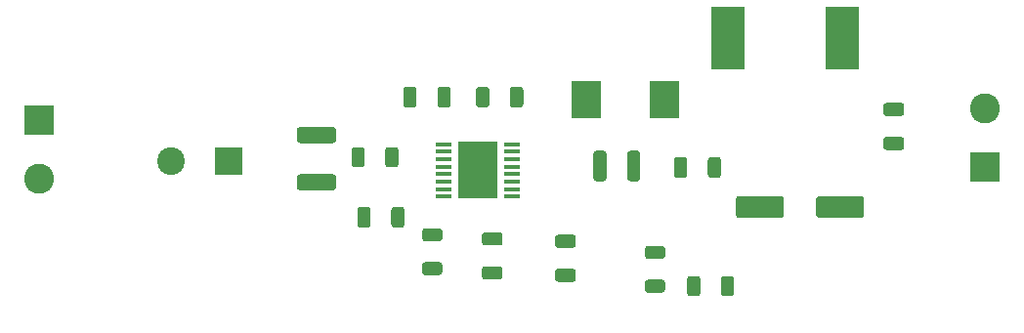
<source format=gbr>
%TF.GenerationSoftware,KiCad,Pcbnew,(5.1.10)-1*%
%TF.CreationDate,2021-07-12T12:55:46+02:00*%
%TF.ProjectId,buckLM5575,6275636b-4c4d-4353-9537-352e6b696361,rev?*%
%TF.SameCoordinates,Original*%
%TF.FileFunction,Soldermask,Top*%
%TF.FilePolarity,Negative*%
%FSLAX46Y46*%
G04 Gerber Fmt 4.6, Leading zero omitted, Abs format (unit mm)*
G04 Created by KiCad (PCBNEW (5.1.10)-1) date 2021-07-12 12:55:46*
%MOMM*%
%LPD*%
G01*
G04 APERTURE LIST*
%ADD10C,0.100000*%
%ADD11C,2.600000*%
%ADD12R,2.600000X2.600000*%
%ADD13R,1.400000X0.449999*%
%ADD14R,3.400001X5.000000*%
%ADD15R,2.900000X5.400000*%
%ADD16R,2.500000X3.300000*%
%ADD17R,2.400000X2.400000*%
%ADD18C,2.400000*%
G04 APERTURE END LIST*
D10*
%TO.C,U1*%
G36*
X129159998Y-63830497D02*
G01*
X129159998Y-60629498D01*
X129160951Y-60619841D01*
X129163768Y-60610554D01*
X129168342Y-60601997D01*
X129174497Y-60594494D01*
X129182000Y-60588340D01*
X129190557Y-60583765D01*
X129199843Y-60580948D01*
X129209500Y-60579996D01*
X132410500Y-60579996D01*
X132420157Y-60580948D01*
X132429443Y-60583765D01*
X132438000Y-60588340D01*
X132445503Y-60594494D01*
X132451658Y-60601997D01*
X132456232Y-60610554D01*
X132459049Y-60619841D01*
X132460002Y-60629498D01*
X132460002Y-63830497D01*
X132459049Y-63840154D01*
X132456232Y-63849440D01*
X132451658Y-63857998D01*
X132445503Y-63865501D01*
X132438000Y-63871655D01*
X132429443Y-63876230D01*
X132420157Y-63879047D01*
X132410500Y-63879997D01*
X129209500Y-63879997D01*
X129199843Y-63879047D01*
X129190557Y-63876230D01*
X129182000Y-63871655D01*
X129174497Y-63865501D01*
X129168342Y-63857998D01*
X129163768Y-63849440D01*
X129160951Y-63840154D01*
X129159998Y-63830497D01*
G37*
X129159998Y-63830497D02*
X129159998Y-60629498D01*
X129160951Y-60619841D01*
X129163768Y-60610554D01*
X129168342Y-60601997D01*
X129174497Y-60594494D01*
X129182000Y-60588340D01*
X129190557Y-60583765D01*
X129199843Y-60580948D01*
X129209500Y-60579996D01*
X132410500Y-60579996D01*
X132420157Y-60580948D01*
X132429443Y-60583765D01*
X132438000Y-60588340D01*
X132445503Y-60594494D01*
X132451658Y-60601997D01*
X132456232Y-60610554D01*
X132459049Y-60619841D01*
X132460002Y-60629498D01*
X132460002Y-63830497D01*
X132459049Y-63840154D01*
X132456232Y-63849440D01*
X132451658Y-63857998D01*
X132445503Y-63865501D01*
X132438000Y-63871655D01*
X132429443Y-63876230D01*
X132420157Y-63879047D01*
X132410500Y-63879997D01*
X129209500Y-63879997D01*
X129199843Y-63879047D01*
X129190557Y-63876230D01*
X129182000Y-63871655D01*
X129174497Y-63865501D01*
X129168342Y-63857998D01*
X129163768Y-63849440D01*
X129160951Y-63840154D01*
X129159998Y-63830497D01*
%TD*%
D11*
%TO.C,J2*%
X174752000Y-56896000D03*
D12*
X174752000Y-61976000D03*
%TD*%
D11*
%TO.C,J1*%
X92837000Y-62992000D03*
D12*
X92837000Y-57912000D03*
%TD*%
%TO.C,C2*%
G36*
G01*
X118290001Y-59864000D02*
X115389999Y-59864000D01*
G75*
G02*
X115140000Y-59614001I0J249999D01*
G01*
X115140000Y-58713999D01*
G75*
G02*
X115389999Y-58464000I249999J0D01*
G01*
X118290001Y-58464000D01*
G75*
G02*
X118540000Y-58713999I0J-249999D01*
G01*
X118540000Y-59614001D01*
G75*
G02*
X118290001Y-59864000I-249999J0D01*
G01*
G37*
G36*
G01*
X118290001Y-63964000D02*
X115389999Y-63964000D01*
G75*
G02*
X115140000Y-63714001I0J249999D01*
G01*
X115140000Y-62813999D01*
G75*
G02*
X115389999Y-62564000I249999J0D01*
G01*
X118290001Y-62564000D01*
G75*
G02*
X118540000Y-62813999I0J-249999D01*
G01*
X118540000Y-63714001D01*
G75*
G02*
X118290001Y-63964000I-249999J0D01*
G01*
G37*
%TD*%
%TO.C,C5*%
G36*
G01*
X124478000Y-65643999D02*
X124478000Y-66944001D01*
G75*
G02*
X124228001Y-67194000I-249999J0D01*
G01*
X123577999Y-67194000D01*
G75*
G02*
X123328000Y-66944001I0J249999D01*
G01*
X123328000Y-65643999D01*
G75*
G02*
X123577999Y-65394000I249999J0D01*
G01*
X124228001Y-65394000D01*
G75*
G02*
X124478000Y-65643999I0J-249999D01*
G01*
G37*
G36*
G01*
X121528000Y-65643999D02*
X121528000Y-66944001D01*
G75*
G02*
X121278001Y-67194000I-249999J0D01*
G01*
X120627999Y-67194000D01*
G75*
G02*
X120378000Y-66944001I0J249999D01*
G01*
X120378000Y-65643999D01*
G75*
G02*
X120627999Y-65394000I249999J0D01*
G01*
X121278001Y-65394000D01*
G75*
G02*
X121528000Y-65643999I0J-249999D01*
G01*
G37*
%TD*%
%TO.C,R7*%
G36*
G01*
X140850000Y-62924003D02*
X140850000Y-60773997D01*
G75*
G02*
X141099997Y-60524000I249997J0D01*
G01*
X141725003Y-60524000D01*
G75*
G02*
X141975000Y-60773997I0J-249997D01*
G01*
X141975000Y-62924003D01*
G75*
G02*
X141725003Y-63174000I-249997J0D01*
G01*
X141099997Y-63174000D01*
G75*
G02*
X140850000Y-62924003I0J249997D01*
G01*
G37*
G36*
G01*
X143775000Y-62924003D02*
X143775000Y-60773997D01*
G75*
G02*
X144024997Y-60524000I249997J0D01*
G01*
X144650003Y-60524000D01*
G75*
G02*
X144900000Y-60773997I0J-249997D01*
G01*
X144900000Y-62924003D01*
G75*
G02*
X144650003Y-63174000I-249997J0D01*
G01*
X144024997Y-63174000D01*
G75*
G02*
X143775000Y-62924003I0J249997D01*
G01*
G37*
%TD*%
%TO.C,C8*%
G36*
G01*
X127314000Y-56530001D02*
X127314000Y-55229999D01*
G75*
G02*
X127563999Y-54980000I249999J0D01*
G01*
X128214001Y-54980000D01*
G75*
G02*
X128464000Y-55229999I0J-249999D01*
G01*
X128464000Y-56530001D01*
G75*
G02*
X128214001Y-56780000I-249999J0D01*
G01*
X127563999Y-56780000D01*
G75*
G02*
X127314000Y-56530001I0J249999D01*
G01*
G37*
G36*
G01*
X124364000Y-56530001D02*
X124364000Y-55229999D01*
G75*
G02*
X124613999Y-54980000I249999J0D01*
G01*
X125264001Y-54980000D01*
G75*
G02*
X125514000Y-55229999I0J-249999D01*
G01*
X125514000Y-56530001D01*
G75*
G02*
X125264001Y-56780000I-249999J0D01*
G01*
X124613999Y-56780000D01*
G75*
G02*
X124364000Y-56530001I0J249999D01*
G01*
G37*
%TD*%
D13*
%TO.C,U1*%
X127860001Y-59954998D03*
X127860001Y-60604999D03*
X127860001Y-61254998D03*
X127860001Y-61904999D03*
X127860001Y-62554998D03*
X127860001Y-63204999D03*
X127860001Y-63854998D03*
X127860001Y-64504999D03*
X133760002Y-64504999D03*
X133760002Y-63854998D03*
X133760002Y-63204999D03*
X133760002Y-62554998D03*
X133760002Y-61904999D03*
X133760002Y-61254998D03*
X133760002Y-60604999D03*
X133760002Y-59954998D03*
D14*
X130810000Y-62229997D03*
%TD*%
%TO.C,R6*%
G36*
G01*
X146802003Y-72829500D02*
X145551997Y-72829500D01*
G75*
G02*
X145302000Y-72579503I0J249997D01*
G01*
X145302000Y-71954497D01*
G75*
G02*
X145551997Y-71704500I249997J0D01*
G01*
X146802003Y-71704500D01*
G75*
G02*
X147052000Y-71954497I0J-249997D01*
G01*
X147052000Y-72579503D01*
G75*
G02*
X146802003Y-72829500I-249997J0D01*
G01*
G37*
G36*
G01*
X146802003Y-69904500D02*
X145551997Y-69904500D01*
G75*
G02*
X145302000Y-69654503I0J249997D01*
G01*
X145302000Y-69029497D01*
G75*
G02*
X145551997Y-68779500I249997J0D01*
G01*
X146802003Y-68779500D01*
G75*
G02*
X147052000Y-69029497I0J-249997D01*
G01*
X147052000Y-69654503D01*
G75*
G02*
X146802003Y-69904500I-249997J0D01*
G01*
G37*
%TD*%
%TO.C,R5*%
G36*
G01*
X148976000Y-72888003D02*
X148976000Y-71637997D01*
G75*
G02*
X149225997Y-71388000I249997J0D01*
G01*
X149851003Y-71388000D01*
G75*
G02*
X150101000Y-71637997I0J-249997D01*
G01*
X150101000Y-72888003D01*
G75*
G02*
X149851003Y-73138000I-249997J0D01*
G01*
X149225997Y-73138000D01*
G75*
G02*
X148976000Y-72888003I0J249997D01*
G01*
G37*
G36*
G01*
X151901000Y-72888003D02*
X151901000Y-71637997D01*
G75*
G02*
X152150997Y-71388000I249997J0D01*
G01*
X152776003Y-71388000D01*
G75*
G02*
X153026000Y-71637997I0J-249997D01*
G01*
X153026000Y-72888003D01*
G75*
G02*
X152776003Y-73138000I-249997J0D01*
G01*
X152150997Y-73138000D01*
G75*
G02*
X151901000Y-72888003I0J249997D01*
G01*
G37*
%TD*%
%TO.C,R4*%
G36*
G01*
X119895000Y-61712003D02*
X119895000Y-60461997D01*
G75*
G02*
X120144997Y-60212000I249997J0D01*
G01*
X120770003Y-60212000D01*
G75*
G02*
X121020000Y-60461997I0J-249997D01*
G01*
X121020000Y-61712003D01*
G75*
G02*
X120770003Y-61962000I-249997J0D01*
G01*
X120144997Y-61962000D01*
G75*
G02*
X119895000Y-61712003I0J249997D01*
G01*
G37*
G36*
G01*
X122820000Y-61712003D02*
X122820000Y-60461997D01*
G75*
G02*
X123069997Y-60212000I249997J0D01*
G01*
X123695003Y-60212000D01*
G75*
G02*
X123945000Y-60461997I0J-249997D01*
G01*
X123945000Y-61712003D01*
G75*
G02*
X123695003Y-61962000I-249997J0D01*
G01*
X123069997Y-61962000D01*
G75*
G02*
X122820000Y-61712003I0J249997D01*
G01*
G37*
%TD*%
%TO.C,R3*%
G36*
G01*
X126247997Y-67255500D02*
X127498003Y-67255500D01*
G75*
G02*
X127748000Y-67505497I0J-249997D01*
G01*
X127748000Y-68130503D01*
G75*
G02*
X127498003Y-68380500I-249997J0D01*
G01*
X126247997Y-68380500D01*
G75*
G02*
X125998000Y-68130503I0J249997D01*
G01*
X125998000Y-67505497D01*
G75*
G02*
X126247997Y-67255500I249997J0D01*
G01*
G37*
G36*
G01*
X126247997Y-70180500D02*
X127498003Y-70180500D01*
G75*
G02*
X127748000Y-70430497I0J-249997D01*
G01*
X127748000Y-71055503D01*
G75*
G02*
X127498003Y-71305500I-249997J0D01*
G01*
X126247997Y-71305500D01*
G75*
G02*
X125998000Y-71055503I0J249997D01*
G01*
X125998000Y-70430497D01*
G75*
G02*
X126247997Y-70180500I249997J0D01*
G01*
G37*
%TD*%
D15*
%TO.C,L1*%
X152530000Y-50800000D03*
X162430000Y-50800000D03*
%TD*%
D16*
%TO.C,D1*%
X147008000Y-56134000D03*
X140208000Y-56134000D03*
%TD*%
%TO.C,C11*%
G36*
G01*
X151910000Y-61325999D02*
X151910000Y-62626001D01*
G75*
G02*
X151660001Y-62876000I-249999J0D01*
G01*
X151009999Y-62876000D01*
G75*
G02*
X150760000Y-62626001I0J249999D01*
G01*
X150760000Y-61325999D01*
G75*
G02*
X151009999Y-61076000I249999J0D01*
G01*
X151660001Y-61076000D01*
G75*
G02*
X151910000Y-61325999I0J-249999D01*
G01*
G37*
G36*
G01*
X148960000Y-61325999D02*
X148960000Y-62626001D01*
G75*
G02*
X148710001Y-62876000I-249999J0D01*
G01*
X148059999Y-62876000D01*
G75*
G02*
X147810000Y-62626001I0J249999D01*
G01*
X147810000Y-61325999D01*
G75*
G02*
X148059999Y-61076000I249999J0D01*
G01*
X148710001Y-61076000D01*
G75*
G02*
X148960000Y-61325999I0J-249999D01*
G01*
G37*
%TD*%
%TO.C,C10*%
G36*
G01*
X160150000Y-66105004D02*
X160150000Y-64704996D01*
G75*
G02*
X160399996Y-64455000I249996J0D01*
G01*
X164050004Y-64455000D01*
G75*
G02*
X164300000Y-64704996I0J-249996D01*
G01*
X164300000Y-66105004D01*
G75*
G02*
X164050004Y-66355000I-249996J0D01*
G01*
X160399996Y-66355000D01*
G75*
G02*
X160150000Y-66105004I0J249996D01*
G01*
G37*
G36*
G01*
X153200000Y-66105004D02*
X153200000Y-64704996D01*
G75*
G02*
X153449996Y-64455000I249996J0D01*
G01*
X157100004Y-64455000D01*
G75*
G02*
X157350000Y-64704996I0J-249996D01*
G01*
X157350000Y-66105004D01*
G75*
G02*
X157100004Y-66355000I-249996J0D01*
G01*
X153449996Y-66355000D01*
G75*
G02*
X153200000Y-66105004I0J249996D01*
G01*
G37*
%TD*%
%TO.C,C9*%
G36*
G01*
X166227999Y-56370000D02*
X167528001Y-56370000D01*
G75*
G02*
X167778000Y-56619999I0J-249999D01*
G01*
X167778000Y-57270001D01*
G75*
G02*
X167528001Y-57520000I-249999J0D01*
G01*
X166227999Y-57520000D01*
G75*
G02*
X165978000Y-57270001I0J249999D01*
G01*
X165978000Y-56619999D01*
G75*
G02*
X166227999Y-56370000I249999J0D01*
G01*
G37*
G36*
G01*
X166227999Y-59320000D02*
X167528001Y-59320000D01*
G75*
G02*
X167778000Y-59569999I0J-249999D01*
G01*
X167778000Y-60220001D01*
G75*
G02*
X167528001Y-60470000I-249999J0D01*
G01*
X166227999Y-60470000D01*
G75*
G02*
X165978000Y-60220001I0J249999D01*
G01*
X165978000Y-59569999D01*
G75*
G02*
X166227999Y-59320000I249999J0D01*
G01*
G37*
%TD*%
%TO.C,C7*%
G36*
G01*
X131815000Y-55229999D02*
X131815000Y-56530001D01*
G75*
G02*
X131565001Y-56780000I-249999J0D01*
G01*
X130914999Y-56780000D01*
G75*
G02*
X130665000Y-56530001I0J249999D01*
G01*
X130665000Y-55229999D01*
G75*
G02*
X130914999Y-54980000I249999J0D01*
G01*
X131565001Y-54980000D01*
G75*
G02*
X131815000Y-55229999I0J-249999D01*
G01*
G37*
G36*
G01*
X134765000Y-55229999D02*
X134765000Y-56530001D01*
G75*
G02*
X134515001Y-56780000I-249999J0D01*
G01*
X133864999Y-56780000D01*
G75*
G02*
X133615000Y-56530001I0J249999D01*
G01*
X133615000Y-55229999D01*
G75*
G02*
X133864999Y-54980000I249999J0D01*
G01*
X134515001Y-54980000D01*
G75*
G02*
X134765000Y-55229999I0J-249999D01*
G01*
G37*
%TD*%
%TO.C,C4*%
G36*
G01*
X137779999Y-67800000D02*
X139080001Y-67800000D01*
G75*
G02*
X139330000Y-68049999I0J-249999D01*
G01*
X139330000Y-68700001D01*
G75*
G02*
X139080001Y-68950000I-249999J0D01*
G01*
X137779999Y-68950000D01*
G75*
G02*
X137530000Y-68700001I0J249999D01*
G01*
X137530000Y-68049999D01*
G75*
G02*
X137779999Y-67800000I249999J0D01*
G01*
G37*
G36*
G01*
X137779999Y-70750000D02*
X139080001Y-70750000D01*
G75*
G02*
X139330000Y-70999999I0J-249999D01*
G01*
X139330000Y-71650001D01*
G75*
G02*
X139080001Y-71900000I-249999J0D01*
G01*
X137779999Y-71900000D01*
G75*
G02*
X137530000Y-71650001I0J249999D01*
G01*
X137530000Y-70999999D01*
G75*
G02*
X137779999Y-70750000I249999J0D01*
G01*
G37*
%TD*%
%TO.C,C3*%
G36*
G01*
X131429999Y-70545000D02*
X132730001Y-70545000D01*
G75*
G02*
X132980000Y-70794999I0J-249999D01*
G01*
X132980000Y-71445001D01*
G75*
G02*
X132730001Y-71695000I-249999J0D01*
G01*
X131429999Y-71695000D01*
G75*
G02*
X131180000Y-71445001I0J249999D01*
G01*
X131180000Y-70794999D01*
G75*
G02*
X131429999Y-70545000I249999J0D01*
G01*
G37*
G36*
G01*
X131429999Y-67595000D02*
X132730001Y-67595000D01*
G75*
G02*
X132980000Y-67844999I0J-249999D01*
G01*
X132980000Y-68495001D01*
G75*
G02*
X132730001Y-68745000I-249999J0D01*
G01*
X131429999Y-68745000D01*
G75*
G02*
X131180000Y-68495001I0J249999D01*
G01*
X131180000Y-67844999D01*
G75*
G02*
X131429999Y-67595000I249999J0D01*
G01*
G37*
%TD*%
D17*
%TO.C,C1*%
X109220000Y-61468000D03*
D18*
X104220000Y-61468000D03*
%TD*%
M02*

</source>
